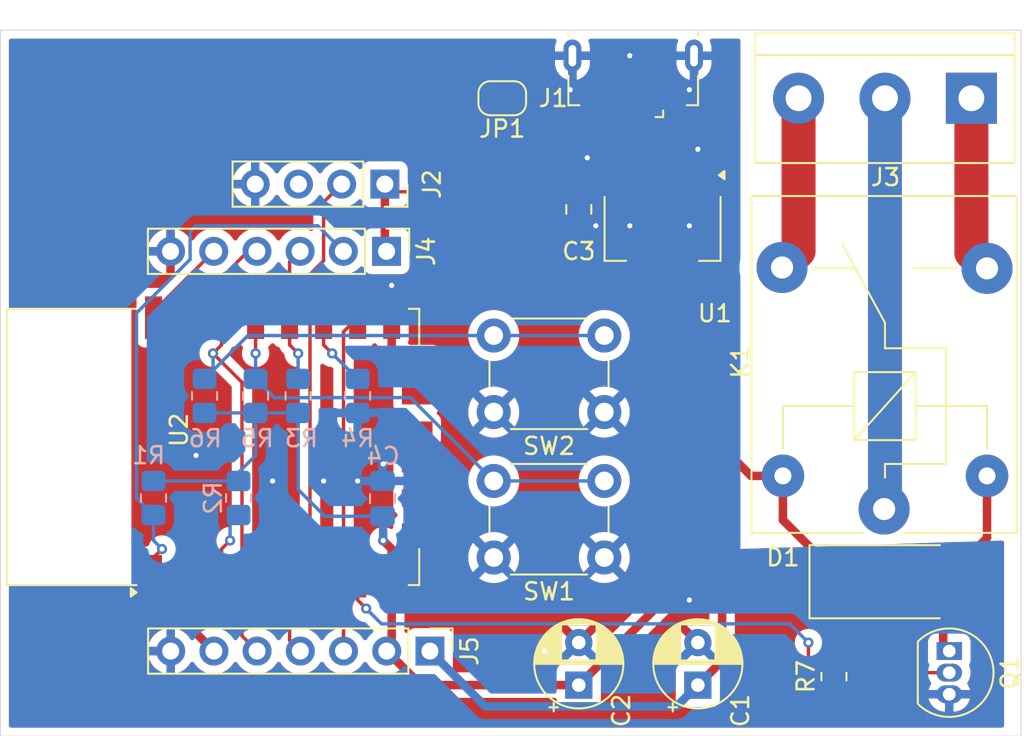
<source format=kicad_pcb>
(kicad_pcb (version 20240108) (generator "pcbnew") (generator_version "8.0")
  (layers (0 "F.Cu" signal) (31 "B.Cu" signal) (34 "B.Paste" user) (35 "F.Paste" user) (36 "B.SilkS" user "B.Silkscreen") (37 "F.SilkS" user "F.Silkscreen") (38 "B.Mask" user) (39 "F.Mask" user) (44 "Edge.Cuts" user))
  (net 0 "")
  (net 1 "+5V")
  (net 2 "GND")
  (net 3 "+3V3")
  (net 4 "/RL_COIL")
  (net 5 "/D+")
  (net 6 "/D-")
  (net 8 "/IO_12")
  (net 10 "/NC")
  (net 11 "/NO")
  (net 12 "/COM")
  (net 13 "/RX")
  (net 14 "/TX")
  (net 15 "/IO_00")
  (net 16 "/RESET")
  (net 17 "/ADC")
  (net 18 "/IO_14")
  (net 19 "/IO_05")
  (net 20 "/IO_15")
  (net 21 "Net-(Q1-B)")
  (net 22 "/CH_CP")
  (net 23 "/IO_02")
  (net 24 "/IO_04")
  (net 25 "/IO_13")
  (footprint "Connector_USB:USB_Micro-B_GCT_USB3076-30-A" (layer "F.Cu") (at 74.2 78.45 180)
    (property "Reference" "J1" (at 4.7 -1.3 180) (layer "F.SilkS"))
    (property "Value" "USB_B_Micro")
    (pad "1" smd rect (at -1.3 -1.45 180) (size 0.4 1.4) (layers "F.Cu" "F.Paste" "F.Mask") (net 1 "+5V"))
    (pad "2" smd rect (at -0.65 -1.45 180) (size 0.4 1.4) (layers "F.Cu" "F.Paste" "F.Mask") (net 6 "/D-"))
    (pad "3" smd rect (at 0 -1.45 180) (size 0.4 1.4) (layers "F.Cu" "F.Paste" "F.Mask") (net 5 "/D+"))
    (pad "4" smd rect (at 0.65 -1.45 180) (size 0.4 1.4) (layers "F.Cu" "F.Paste" "F.Mask"))
    (pad "5" smd rect (at 1.3 -1.45 180) (size 0.4 1.4) (layers "F.Cu" "F.Paste" "F.Mask") (net 2 "GND"))
    (pad "6" thru_hole oval (at -3.575 1.2) (size 1.05 1.9) (drill oval 0.45 1.25) (layers "*.Cu" "*.Mask") (net 2 "GND"))
    (pad "6" smd rect (at -2.32 -1.03 180) (size 1.15 1.45) (layers "F.Cu" "F.Paste" "F.Mask") (net 2 "GND"))
    (pad "6" smd rect (at -1.125 1.2 180) (size 1.75 1.9) (layers "F.Cu" "F.Paste" "F.Mask") (net 2 "GND"))
    (pad "6" smd rect (at 1.125 1.2 180) (size 1.75 1.9) (layers "F.Cu" "F.Paste" "F.Mask") (net 2 "GND"))
    (pad "6" smd rect (at 2.32 -1.03 180) (size 1.15 1.45) (layers "F.Cu" "F.Paste" "F.Mask") (net 2 "GND"))
    (pad "6" thru_hole oval (at 3.575 1.2 180) (size 1.05 1.9) (drill oval 0.45 1.25) (layers "*.Cu" "*.Mask") (net 2 "GND"))
  )
  (footprint "Package_TO_SOT_THT:TO-92_Inline" (layer "F.Cu") (at 92.78 112.25 -90)
    (property "Reference" "Q1" (at 1.27 -3.56 90) (layer "F.SilkS"))
    (property "Value" "BC547")
    (pad "1" thru_hole rect (at 0 0 270) (size 1.05 1.5) (drill 0.75) (layers "*.Cu" "*.Mask") (net 4 "/RL_COIL"))
    (pad "2" thru_hole oval (at 1.27 0 270) (size 1.05 1.5) (drill 0.75) (layers "*.Cu" "*.Mask") (net 21 "Net-(Q1-B)"))
    (pad "3" thru_hole oval (at 2.54 0 270) (size 1.05 1.5) (drill 0.75) (layers "*.Cu" "*.Mask") (net 2 "GND"))
  )
  (footprint "Connector_PinHeader_2.54mm:PinHeader_1x07_P2.54mm_Vertical" (layer "F.Cu") (at 62.25 112.25 -90)
    (property "Reference" "J5" (at 0 -2.33 90) (layer "F.SilkS"))
    (property "Value" "IO")
    (pad "1" thru_hole rect (at 0 0 270) (size 1.7 1.7) (drill 1) (layers "*.Cu" "*.Mask") (net 1 "+5V"))
    (pad "2" thru_hole oval (at 0 2.54 270) (size 1.7 1.7) (drill 1) (layers "*.Cu" "*.Mask") (net 3 "+3V3"))
    (pad "3" thru_hole oval (at 0 5.08 270) (size 1.7 1.7) (drill 1) (layers "*.Cu" "*.Mask") (net 20 "/IO_15"))
    (pad "4" thru_hole oval (at 0 7.62 270) (size 1.7 1.7) (drill 1) (layers "*.Cu" "*.Mask") (net 18 "/IO_14"))
    (pad "5" thru_hole oval (at 0 10.16 270) (size 1.7 1.7) (drill 1) (layers "*.Cu" "*.Mask") (net 19 "/IO_05"))
    (pad "6" thru_hole oval (at 0 12.7 270) (size 1.7 1.7) (drill 1) (layers "*.Cu" "*.Mask") (net 17 "/ADC"))
    (pad "7" thru_hole oval (at 0 15.24 270) (size 1.7 1.7) (drill 1) (layers "*.Cu" "*.Mask") (net 2 "GND"))
  )
  (footprint "Connector_PinHeader_2.54mm:PinHeader_1x06_P2.54mm_Vertical" (layer "F.Cu") (at 59.7 88.75 -90)
    (property "Reference" "J4" (at 0 -2.33 90) (layer "F.SilkS"))
    (property "Value" "PGM")
    (pad "1" thru_hole rect (at 0 0 270) (size 1.7 1.7) (drill 1) (layers "*.Cu" "*.Mask") (net 3 "+3V3"))
    (pad "2" thru_hole oval (at 0 2.54 270) (size 1.7 1.7) (drill 1) (layers "*.Cu" "*.Mask") (net 16 "/RESET"))
    (pad "3" thru_hole oval (at 0 5.08 270) (size 1.7 1.7) (drill 1) (layers "*.Cu" "*.Mask") (net 15 "/IO_00"))
    (pad "4" thru_hole oval (at 0 7.62 270) (size 1.7 1.7) (drill 1) (layers "*.Cu" "*.Mask") (net 13 "/RX"))
    (pad "5" thru_hole oval (at 0 10.16 270) (size 1.7 1.7) (drill 1) (layers "*.Cu" "*.Mask") (net 14 "/TX"))
    (pad "6" thru_hole oval (at 0 12.7 270) (size 1.7 1.7) (drill 1) (layers "*.Cu" "*.Mask") (net 2 "GND"))
  )
  (footprint "Capacitor_THT:CP_Radial_D5.0mm_P2.50mm" (layer "F.Cu") (at 71 114.25 90)
    (property "Reference" "C2" (at -1.5 2.5 270) (layer "F.SilkS"))
    (property "Value" "100uF")
    (pad "1" thru_hole rect (at 0 0 90) (size 1.6 1.6) (drill 0.8) (layers "*.Cu" "*.Mask") (net 3 "+3V3"))
    (pad "2" thru_hole circle (at 2.5 0 90) (size 1.6 1.6) (drill 0.8) (layers "*.Cu" "*.Mask") (net 2 "GND"))
  )
  (footprint "Jumper:SolderJumper-2_P1.3mm_Open_RoundedPad1.0x1.5mm" (layer "F.Cu") (at 66.5 79.75 180)
    (property "Reference" "JP1" (at 0 -1.8 180) (layer "F.SilkS"))
    (property "Value" "JMP")
    (pad "1" smd custom (at -0.65 0 180) (size 1 0.5) (layers "F.Cu" "F.Mask") (net 5 "/D+") (options (clearance outline) (anchor rect)) (primitives (gr_circle (center 0 0.25) (end 0.5 0.25) (width 0) (fill yes)) (gr_circle (center 0 -0.25) (end 0.5 -0.25) (width 0) (fill yes)) (gr_poly (pts (xy 0.5 0.75) (xy 0 0.75) (xy 0 -0.75) (xy 0.5 -0.75)) (width 0) (fill yes))))
    (pad "2" smd custom (at 0.65 0 180) (size 1 0.5) (layers "F.Cu" "F.Mask") (net 6 "/D-") (options (clearance outline) (anchor rect)) (primitives (gr_circle (center 0 0.25) (end 0.5 0.25) (width 0) (fill yes)) (gr_circle (center 0 -0.25) (end 0.5 -0.25) (width 0) (fill yes)) (gr_poly (pts (xy 0 0.75) (xy -0.5 0.75) (xy -0.5 -0.75) (xy 0 -0.75)) (width 0) (fill yes))))
  )
  (footprint "Relay_THT:Relay_SPDT_SANYOU_SRD_Series_Form_C" (layer "F.Cu") (at 88.95 103.9 90)
    (property "Reference" "K1" (at 8.65 -8.45 270) (layer "F.SilkS"))
    (property "Value" "RL1")
    (pad "1" thru_hole circle (at 0 0 180) (size 3 3) (drill 1.3) (layers "*.Cu" "*.Mask") (net 12 "/COM"))
    (pad "2" thru_hole circle (at 1.95 6.05 180) (size 2.5 2.5) (drill 1) (layers "*.Cu" "*.Mask") (net 4 "/RL_COIL"))
    (pad "3" thru_hole circle (at 14.15 6.05 180) (size 3 3) (drill 1.3) (layers "*.Cu" "*.Mask") (net 11 "/NO"))
    (pad "4" thru_hole circle (at 14.2 -6 180) (size 3 3) (drill 1.3) (layers "*.Cu" "*.Mask") (net 10 "/NC") (clearance 1))
    (pad "5" thru_hole circle (at 1.95 -5.95 180) (size 2.5 2.5) (drill 1) (layers "*.Cu" "*.Mask") (net 1 "+5V"))
  )
  (footprint "Resistor_SMD:R_0805_2012Metric_Pad1.20x1.40mm_HandSolder" (layer "F.Cu") (at 86 113.75 90)
    (property "Reference" "R7" (at 0 -1.65 270) (layer "F.SilkS"))
    (property "Value" "2k")
    (pad "1" smd roundrect (at -1 0 90) (size 1.2 1.4) (layers "F.Cu" "F.Paste" "F.Mask") (roundrect_rratio 0.208333) (net 25 "/IO_13"))
    (pad "2" smd roundrect (at 1 0 90) (size 1.2 1.4) (layers "F.Cu" "F.Paste" "F.Mask") (roundrect_rratio 0.208333) (net 21 "Net-(Q1-B)"))
  )
  (footprint "TerminalBlock:TerminalBlock_bornier-3_P5.08mm" (layer "F.Cu") (at 94.08 79.75 180)
    (property "Reference" "J3" (at 5.05 -4.65 180) (layer "F.SilkS"))
    (property "Value" "RL")
    (pad "1" thru_hole rect (at 0 0 180) (size 3 3) (drill 1.52) (layers "*.Cu" "*.Mask") (net 11 "/NO"))
    (pad "2" thru_hole circle (at 5.08 0 180) (size 3 3) (drill 1.52) (layers "*.Cu" "*.Mask") (net 12 "/COM"))
    (pad "3" thru_hole circle (at 10.16 0 180) (size 3 3) (drill 1.52) (layers "*.Cu" "*.Mask") (net 10 "/NC"))
  )
  (footprint "Capacitor_SMD:C_0805_2012Metric_Pad1.18x1.45mm_HandSolder" (layer "F.Cu") (at 71 86.2875 -90)
    (property "Reference" "C3" (at 2.4625 0 180) (layer "F.SilkS"))
    (property "Value" "10uF")
    (pad "1" smd roundrect (at -1.0375 0 270) (size 1.175 1.45) (layers "F.Cu" "F.Paste" "F.Mask") (roundrect_rratio 0.212766) (net 3 "+3V3"))
    (pad "2" smd roundrect (at 1.0375 0 270) (size 1.175 1.45) (layers "F.Cu" "F.Paste" "F.Mask") (roundrect_rratio 0.212766) (net 2 "GND"))
  )
  (footprint "Diode_SMD:D_SMA-SMB_Universal_Handsoldering" (layer "F.Cu") (at 89.5225 108.1725)
    (property "Reference" "D1" (at -6.5225 -1.4225 360) (layer "F.SilkS"))
    (property "Value" "D")
    (pad "1" smd trapezoid (at -2.9 0) (size 3.6 1.7) (rect_delta 0.6 0) (layers "F.Cu" "F.Paste" "F.Mask") (net 1 "+5V"))
    (pad "2" smd trapezoid (at 2.9 0 180) (size 3.6 1.7) (rect_delta 0.6 0) (layers "F.Cu" "F.Paste" "F.Mask") (net 4 "/RL_COIL"))
  )
  (footprint "RF_Module:ESP-12E" (layer "F.Cu") (at 49.5 100.25 90)
    (property "Reference" "U2" (at 1 -2 270) (layer "F.SilkS"))
    (property "Value" "ESP-12F")
    (pad "1" smd rect (at -7.6 -3.5 90) (size 2.5 1) (layers "F.Cu" "F.Paste" "F.Mask") (net 16 "/RESET"))
    (pad "2" smd rect (at -7.6 -1.5 90) (size 2.5 1) (layers "F.Cu" "F.Paste" "F.Mask") (net 17 "/ADC"))
    (pad "3" smd rect (at -7.6 0.5 90) (size 2.5 1) (layers "F.Cu" "F.Paste" "F.Mask") (net 22 "/CH_CP"))
    (pad "4" smd rect (at -7.6 2.5 90) (size 2.5 1) (layers "F.Cu" "F.Paste" "F.Mask"))
    (pad "5" smd rect (at -7.6 4.5 90) (size 2.5 1) (layers "F.Cu" "F.Paste" "F.Mask") (net 18 "/IO_14"))
    (pad "6" smd rect (at -7.6 6.5 90) (size 2.5 1) (layers "F.Cu" "F.Paste" "F.Mask") (net 8 "/IO_12"))
    (pad "7" smd rect (at -7.6 8.5 90) (size 2.5 1) (layers "F.Cu" "F.Paste" "F.Mask") (net 25 "/IO_13"))
    (pad "8" smd rect (at -7.6 10.5 90) (size 2.5 1) (layers "F.Cu" "F.Paste" "F.Mask") (net 3 "+3V3"))
    (pad "9" smd rect (at -5 12 90) (size 1 1.8) (layers "F.Cu" "F.Paste" "F.Mask"))
    (pad "10" smd rect (at -3 12 90) (size 1 1.8) (layers "F.Cu" "F.Paste" "F.Mask"))
    (pad "11" smd rect (at -1 12 90) (size 1 1.8) (layers "F.Cu" "F.Paste" "F.Mask"))
    (pad "12" smd rect (at 1 12 90) (size 1 1.8) (layers "F.Cu" "F.Paste" "F.Mask"))
    (pad "13" smd rect (at 3 12 90) (size 1 1.8) (layers "F.Cu" "F.Paste" "F.Mask"))
    (pad "14" smd rect (at 5 12 90) (size 1 1.8) (layers "F.Cu" "F.Paste" "F.Mask"))
    (pad "15" smd rect (at 7.6 10.5 90) (size 2.5 1) (layers "F.Cu" "F.Paste" "F.Mask") (net 2 "GND"))
    (pad "16" smd rect (at 7.6 8.5 90) (size 2.5 1) (layers "F.Cu" "F.Paste" "F.Mask") (net 20 "/IO_15"))
    (pad "17" smd rect (at 7.6 6.5 90) (size 2.5 1) (layers "F.Cu" "F.Paste" "F.Mask") (net 23 "/IO_02"))
    (pad "18" smd rect (at 7.6 4.5 90) (size 2.5 1) (layers "F.Cu" "F.Paste" "F.Mask") (net 15 "/IO_00"))
    (pad "19" smd rect (at 7.6 2.5 90) (size 2.5 1) (layers "F.Cu" "F.Paste" "F.Mask") (net 24 "/IO_04"))
    (pad "20" smd rect (at 7.6 0.5 90) (size 2.5 1) (layers "F.Cu" "F.Paste" "F.Mask") (net 19 "/IO_05"))
    (pad "21" smd rect (at 7.6 -1.5 90) (size 2.5 1) (layers "F.Cu" "F.Paste" "F.Mask") (net 13 "/RX"))
    (pad "22" smd rect (at 7.6 -3.5 90) (size 2.5 1) (layers "F.Cu" "F.Paste" "F.Mask") (net 14 "/TX"))
    (zone (net 0) (net_name "") (layers "*.Cu") (connect_pads (clearance 0)) (min_thickness 0.254)
      (keepout (tracks not_allowed) (vias not_allowed) (pads not_allowed) (copperpour not_allowed) (footprints not_allowed))
      (fill (thermal_gap 0.508) (thermal_bridge_width 0.508))
      (polygon (pts (xy 44.7 108.37) (xy 44.7 92.13) (xy 37.38 92.13) (xy 37.38 108.37)))
    )
  )
  (footprint "Capacitor_THT:CP_Radial_D5.0mm_P2.50mm" (layer "F.Cu") (at 78 114.25 90)
    (property "Reference" "C1" (at -1.5 2.5 270) (layer "F.SilkS"))
    (property "Value" "100uF")
    (pad "1" thru_hole rect (at 0 0 90) (size 1.6 1.6) (drill 0.8) (layers "*.Cu" "*.Mask") (net 1 "+5V"))
    (pad "2" thru_hole circle (at 2.5 0 90) (size 1.6 1.6) (drill 0.8) (layers "*.Cu" "*.Mask") (net 2 "GND"))
  )
  (footprint "Package_TO_SOT_SMD:SOT-223-3_TabPin2" (layer "F.Cu") (at 75.925 87.4 -90)
    (property "Reference" "U1" (at 5 -3.075 180) (layer "F.SilkS"))
    (property "Value" "AMS1117")
    (pad "1" smd roundrect (at -3.15 -2.3 270) (size 2 1.5) (layers "F.Cu" "F.Paste" "F.Mask") (net 2 "GND"))
    (pad "2" smd roundrect (at -3.15 0 270) (size 2 1.5) (layers "F.Cu" "F.Paste" "F.Mask") (net 3 "+3V3"))
    (pad "2" smd roundrect (at 3.15 0 270) (size 2 3.8) (layers "F.Cu" "F.Paste" "F.Mask") (net 3 "+3V3"))
    (pad "3" smd roundrect (at -3.15 2.3 270) (size 2 1.5) (layers "F.Cu" "F.Paste" "F.Mask") (net 1 "+5V"))
  )
  (footprint "Button_Switch_THT:SW_PUSH_6mm" (layer "F.Cu") (at 72.5 98.2 180)
    (property "Reference" "SW2" (at 3.25 -2 180) (layer "F.SilkS"))
    (property "Value" "BTN1")
    (pad "1" thru_hole circle (at 0 0 270) (size 2 2) (drill 1.1) (layers "*.Cu" "*.Mask") (net 2 "GND"))
    (pad "1" thru_hole circle (at 6.5 0 270) (size 2 2) (drill 1.1) (layers "*.Cu" "*.Mask") (net 2 "GND"))
    (pad "2" thru_hole circle (at 0 4.5 270) (size 2 2) (drill 1.1) (layers "*.Cu" "*.Mask") (net 19 "/IO_05"))
    (pad "2" thru_hole circle (at 6.5 4.5 270) (size 2 2) (drill 1.1) (layers "*.Cu" "*.Mask") (net 19 "/IO_05"))
  )
  (footprint "Connector_PinSocket_2.54mm:PinSocket_1x04_P2.54mm_Vertical" (layer "F.Cu") (at 59.6 84.8 -90)
    (property "Reference" "J2" (at 0 -2.77 90) (layer "F.SilkS"))
    (property "Value" "DHT")
    (pad "1" thru_hole rect (at 0 0 270) (size 1.7 1.7) (drill 1) (layers "*.Cu" "*.Mask") (net 3 "+3V3"))
    (pad "2" thru_hole oval (at 0 2.54 270) (size 1.7 1.7) (drill 1) (layers "*.Cu" "*.Mask") (net 8 "/IO_12"))
    (pad "3" thru_hole oval (at 0 5.08 270) (size 1.7 1.7) (drill 1) (layers "*.Cu" "*.Mask"))
    (pad "4" thru_hole oval (at 0 7.62 270) (size 1.7 1.7) (drill 1) (layers "*.Cu" "*.Mask") (net 2 "GND"))
  )
  (footprint "Button_Switch_THT:SW_PUSH_6mm" (layer "F.Cu") (at 72.5 106.75 180)
    (property "Reference" "SW1" (at 3.25 -2 180) (layer "F.SilkS"))
    (property "Value" "BTN1")
    (pad "1" thru_hole circle (at 0 0 270) (size 2 2) (drill 1.1) (layers "*.Cu" "*.Mask") (net 2 "GND"))
    (pad "1" thru_hole circle (at 6.5 0 270) (size 2 2) (drill 1.1) (layers "*.Cu" "*.Mask") (net 2 "GND"))
    (pad "2" thru_hole circle (at 0 4.5 270) (size 2 2) (drill 1.1) (layers "*.Cu" "*.Mask") (net 24 "/IO_04"))
    (pad "2" thru_hole circle (at 6.5 4.5 270) (size 2 2) (drill 1.1) (layers "*.Cu" "*.Mask") (net 24 "/IO_04"))
  )
  (footprint "Resistor_SMD:R_0805_2012Metric_Pad1.20x1.40mm_HandSolder" (layer "B.Cu") (at 58 97.25 -90)
    (property "Reference" "R4" (at 2.5 0 180) (layer "B.SilkS") (effects (justify mirror)))
    (property "Value" "10k")
    (pad "1" smd roundrect (at -1 0 270) (size 1.2 1.4) (layers "B.Cu" "B.Paste" "B.Mask") (roundrect_rratio 0.208333) (net 23 "/IO_02"))
    (pad "2" smd roundrect (at 1 0 270) (size 1.2 1.4) (layers "B.Cu" "B.Paste" "B.Mask") (roundrect_rratio 0.208333) (net 2 "GND"))
  )
  (footprint "Resistor_SMD:R_0805_2012Metric_Pad1.20x1.40mm_HandSolder" (layer "B.Cu") (at 52 97.25 90)
    (property "Reference" "R5" (at -2.5 0.0925 360) (layer "B.SilkS") (effects (justify mirror)))
    (property "Value" "10k")
    (pad "1" smd roundrect (at -1 0 90) (size 1.2 1.4) (layers "B.Cu" "B.Paste" "B.Mask") (roundrect_rratio 0.208333) (net 3 "+3V3"))
    (pad "2" smd roundrect (at 1 0 90) (size 1.2 1.4) (layers "B.Cu" "B.Paste" "B.Mask") (roundrect_rratio 0.208333) (net 24 "/IO_04"))
  )
  (footprint "Resistor_SMD:R_0805_2012Metric_Pad1.20x1.40mm_HandSolder" (layer "B.Cu") (at 49 97.25 90)
    (property "Reference" "R6" (at -2.5 0.0425 360) (layer "B.SilkS") (effects (justify mirror)))
    (property "Value" "10k")
    (pad "1" smd roundrect (at -1 0 90) (size 1.2 1.4) (layers "B.Cu" "B.Paste" "B.Mask") (roundrect_rratio 0.208333) (net 3 "+3V3"))
    (pad "2" smd roundrect (at 1 0 90) (size 1.2 1.4) (layers "B.Cu" "B.Paste" "B.Mask") (roundrect_rratio 0.208333) (net 19 "/IO_05"))
  )
  (footprint "Resistor_SMD:R_0805_2012Metric_Pad1.20x1.40mm_HandSolder" (layer "B.Cu") (at 51 103.25 -90)
    (property "Reference" "R2" (at 0 1.5 90) (layer "B.SilkS") (effects (justify mirror)))
    (property "Value" "10k")
    (pad "1" smd roundrect (at -1 0 270) (size 1.2 1.4) (layers "B.Cu" "B.Paste" "B.Mask") (roundrect_rratio 0.208333) (net 3 "+3V3"))
    (pad "2" smd roundrect (at 1 0 270) (size 1.2 1.4) (layers "B.Cu" "B.Paste" "B.Mask") (roundrect_rratio 0.208333) (net 22 "/CH_CP"))
  )
  (footprint "Capacitor_SMD:C_0805_2012Metric_Pad1.18x1.45mm_HandSolder" (layer "B.Cu") (at 59.4625 103.2875 -90)
    (property "Reference" "C4" (at -2.5 -0.0375 180) (layer "B.SilkS") (effects (justify mirror)))
    (property "Value" "10uF")
    (pad "1" smd roundrect (at -1.0375 0 270) (size 1.175 1.45) (layers "B.Cu" "B.Paste" "B.Mask") (roundrect_rratio 0.212766) (net 2 "GND"))
    (pad "2" smd roundrect (at 1.0375 0 270) (size 1.175 1.45) (layers "B.Cu" "B.Paste" "B.Mask") (roundrect_rratio 0.212766) (net 3 "+3V3"))
  )
  (footprint "Resistor_SMD:R_0805_2012Metric_Pad1.20x1.40mm_HandSolder" (layer "B.Cu") (at 46 103.25 -90)
    (property "Reference" "R1" (at -2.5 0.2925 180) (layer "B.SilkS") (effects (justify mirror)))
    (property "Value" "10k")
    (pad "1" smd roundrect (at -1 0 270) (size 1.2 1.4) (layers "B.Cu" "B.Paste" "B.Mask") (roundrect_rratio 0.208333) (net 3 "+3V3"))
    (pad "2" smd roundrect (at 1 0 270) (size 1.2 1.4) (layers "B.Cu" "B.Paste" "B.Mask") (roundrect_rratio 0.208333) (net 16 "/RESET"))
  )
  (footprint "Resistor_SMD:R_0805_2012Metric_Pad1.20x1.40mm_HandSolder" (layer "B.Cu") (at 54.5 97.25 90)
    (property "Reference" "R3" (at -2.5 0.1925 360) (layer "B.SilkS") (effects (justify mirror)))
    (property "Value" "10k")
    (pad "1" smd roundrect (at -1 0 90) (size 1.2 1.4) (layers "B.Cu" "B.Paste" "B.Mask") (roundrect_rratio 0.208333) (net 3 "+3V3"))
    (pad "2" smd roundrect (at 1 0 90) (size 1.2 1.4) (layers "B.Cu" "B.Paste" "B.Mask") (roundrect_rratio 0.208333) (net 15 "/IO_00"))
  )
  (gr_rect (start 37 75.75) (end 97 117.25) (stroke (width 0.05)) (fill none) (layer "Edge.Cuts"))
  (segment (start 80 99.675) (end 80 82.25) (width 0.5) (layer "F.Cu") (net 1))
  (segment (start 80 82.25) (end 79 81.25) (width 0.5) (layer "F.Cu") (net 1))
  (segment (start 79 81.25) (end 75.5 81.25) (width 0.5) (layer "F.Cu") (net 1))
  (segment (start 75.5 81.25) (end 75.5 82.375) (width 0.5) (layer "F.Cu") (net 1))
  (segment (start 83 104.55) (end 86.6225 108.1725) (width 0.5) (layer "F.Cu") (net 1))
  (segment (start 79.425 112.825) (end 78 114.25) (width 0.5) (layer "F.Cu") (net 1))
  (segment (start 75.5 82.375) (end 73.625 84.25) (width 0.5) (layer "F.Cu") (net 1))
  (segment (start 83 101.95) (end 81.125 101.95) (width 0.5) (layer "F.Cu") (net 1))
  (segment (start 83 101.95) (end 83 104.55) (width 0.5) (layer "F.Cu") (net 1))
  (segment (start 79.425 100.25) (end 79.425 112.825) (width 0.5) (layer "F.Cu") (net 1))
  (segment (start 75.5 79.9) (end 75.5 81.25) (width 0.5) (layer "F.Cu") (net 1))
  (segment (start 81.125 101.95) (end 79.425 100.25) (width 0.5) (layer "F.Cu") (net 1))
  (segment (start 79.425 100.25) (end 80 99.675) (width 0.5) (layer "F.Cu") (net 1))
  (segment (start 62.25 112.25) (end 65.5 115.5) (width 0.5) (layer "B.Cu") (net 1))
  (segment (start 76.75 115.5) (end 78 114.25) (width 0.5) (layer "B.Cu") (net 1))
  (segment (start 65.5 115.5) (end 76.75 115.5) (width 0.5) (layer "B.Cu") (net 1))
  (segment (start 72.9 79.9) (end 72.9 77.425) (width 0.2) (layer "F.Cu") (net 2))
  (segment (start 77.27 79.48) (end 77.5 79.25) (width 0.2) (layer "F.Cu") (net 2))
  (segment (start 76.52 78.445) (end 75.325 77.25) (width 0.2) (layer "F.Cu") (net 2))
  (segment (start 72.9 79.9) (end 72.3 79.9) (width 0.2) (layer "F.Cu") (net 2))
  (segment (start 76.52 79.48) (end 77.27 79.48) (width 0.2) (layer "F.Cu") (net 2))
  (segment (start 71.88 78.445) (end 73.075 77.25) (width 0.2) (layer "F.Cu") (net 2))
  (segment (start 71.88 79.48) (end 71.88 78.445) (width 0.2) (layer "F.Cu") (net 2))
  (segment (start 76.52 79.48) (end 76.52 78.445) (width 0.2) (layer "F.Cu") (net 2))
  (segment (start 72.3 79.9) (end 71.88 79.48) (width 0.2) (layer "F.Cu") (net 2))
  (segment (start 72.9 77.425) (end 73.075 77.25) (width 0.2) (layer "F.Cu") (net 2))
  (via (at 69 112.25) (size 0.6) (drill 0.3) (layers "F.Cu" "B.Cu") (net 2))
  (via (at 72 87.25) (size 0.6) (drill 0.3) (layers "F.Cu" "B.Cu") (net 2))
  (via (at 70.5 79.25) (size 0.6) (drill 0.3) (layers "F.Cu" "B.Cu") (net 2))
  (via (at 74 77.25) (size 0.6) (drill 0.3) (layers "F.Cu" "B.Cu") (net 2))
  (via (at 71.5 83.25) (size 0.6) (drill 0.3) (layers "F.Cu" "B.Cu") (net 2))
  (via (at 77.5 79.25) (size 0.6) (drill 0.3) (layers "F.Cu" "B.Cu") (net 2))
  (via (at 53 102.25) (size 0.6) (drill 0.3) (layers "F.Cu" "B.Cu") (net 2))
  (via (at 78 82.75) (size 0.6) (drill 0.3) (layers "F.Cu" "B.Cu") (net 2))
  (via (at 77.5 109.25) (size 0.6) (drill 0.3) (layers "F.Cu" "B.Cu") (net 2))
  (via (at 48.5 100.75) (size 0.6) (drill 0.3) (layers "F.Cu" "B.Cu") (net 2))
  (via (at 59.5 101.25) (size 0.6) (drill 0.3) (layers "F.Cu" "B.Cu") (net 2))
  (via (at 56 102.25) (size 0.6) (drill 0.3) (layers "F.Cu" "B.Cu") (net 2))
  (via (at 77.5 87.25) (size 0.6) (drill 0.3) (layers "F.Cu" "B.Cu") (net 2))
  (via (at 74 87.25) (size 0.6) (drill 0.3) (layers "F.Cu" "B.Cu") (net 2))
  (via (at 58 102.25) (size 0.6) (drill 0.3) (layers "F.Cu" "B.Cu") (net 2))
  (via (at 60 90.75) (size 0.6) (drill 0.3) (layers "F.Cu" "B.Cu") (net 2))
  (segment (start 75.925 109.325) (end 75.925 90.55) (width 0.5) (layer "F.Cu") (net 3))
  (segment (start 59.6 88.65) (end 59.7 88.75) (width 0.5) (layer "F.Cu") (net 3))
  (segment (start 75.925 85.75) (end 75.925 90.55) (width 0.5) (layer "F.Cu") (net 3))
  (segment (start 60 106.25) (end 59.5 105.75) (width 0.5) (layer "F.Cu") (net 3))
  (segment (start 61.71 114.25) (end 59.71 112.25) (width 0.5) (layer "F.Cu") (net 3))
  (segment (start 74.625 85.55) (end 75.925 84.25) (width 0.2) (layer "F.Cu") (net 3))
  (segment (start 71.3 85.55) (end 74.625 85.55) (width 0.2) (layer "F.Cu") (net 3))
  (segment (start 60.05 85.25) (end 59.6 84.8) (width 0.2) (layer "F.Cu") (net 3))
  (segment (start 60 111.96) (end 59.71 112.25) (width 0.5) (layer "F.Cu") (net 3))
  (segment (start 71 85.25) (end 60.05 85.25) (width 0.2) (layer "F.Cu") (net 3))
  (segment (start 60 107.85) (end 60 106.25) (width 0.5) (layer "F.Cu") (net 3))
  (segment (start 75.925 85.75) (end 75.925 84.25) (width 0.5) (layer "F.Cu") (net 3))
  (segment (start 75.8875 85.7125) (end 75.925 85.75) (width 0.2) (layer "F.Cu") (net 3))
  (segment (start 71 114.25) (end 75.925 109.325) (width 0.5) (layer "F.Cu") (net 3))
  (segment (start 60 107.85) (end 60 111.96) (width 0.5) (layer "F.Cu") (net 3))
  (segment (start 71 85.25) (end 71.3 85.55) (width 0.2) (layer "F.Cu") (net 3))
  (segment (start 71 114.25) (end 61.71 114.25) (width 0.5) (layer "F.Cu") (net 3))
  (segment (start 59.6 84.8) (end 59.6 88.65) (width 0.5) (layer "F.Cu") (net 3))
  (via (at 59.5 105.75) (size 0.6) (drill 0.3) (layers "F.Cu" "B.Cu") (net 3))
  (segment (start 59.5 105.75) (end 59.5 104.3625) (width 0.5) (layer "B.Cu") (net 3))
  (segment (start 52 100.75) (end 52 98.25) (width 0.2) (layer "B.Cu") (net 3))
  (segment (start 56.075 104.325) (end 59.4625 104.325) (width 0.2) (layer "B.Cu") (net 3))
  (segment (start 51 102.25) (end 51 101.75) (width 0.2) (layer "B.Cu") (net 3))
  (segment (start 49 98.25) (end 54.5 98.25) (width 0.2) (layer "B.Cu") (net 3))
  (segment (start 51 102.25) (end 46 102.25) (width 0.2) (layer "B.Cu") (net 3))
  (segment (start 54.5 102.75) (end 56.075 104.325) (width 0.2) (layer "B.Cu") (net 3))
  (segment (start 59.5 104.3625) (end 59.4625 104.325) (width 0.5) (layer "B.Cu") (net 3))
  (segment (start 51 101.75) (end 52 100.75) (width 0.2) (layer "B.Cu") (net 3))
  (segment (start 54.5 98.25) (end 54.5 102.75) (width 0.2) (layer "B.Cu") (net 3))
  (segment (start 95 105.595) (end 92.4225 108.1725) (width 0.5) (layer "F.Cu") (net 4))
  (segment (start 92.4225 111.8925) (end 92.78 112.25) (width 0.5) (layer "F.Cu") (net 4))
  (segment (start 92.78 108.53) (end 92.4225 108.1725) (width 0.5) (layer "F.Cu") (net 4))
  (segment (start 95 101.95) (end 95 105.595) (width 0.5) (layer "F.Cu") (net 4))
  (segment (start 92.4225 108.1725) (end 92.4225 111.8925) (width 0.5) (layer "F.Cu") (net 4))
  (segment (start 74.2 79.9) (end 74.2 80.8) (width 0.2) (layer "F.Cu") (net 5))
  (segment (start 74.2 80.8) (end 74.1 80.9) (width 0.2) (layer "F.Cu") (net 5))
  (segment (start 68.3 80.9) (end 67.15 79.75) (width 0.2) (layer "F.Cu") (net 5))
  (segment (start 74.1 80.9) (end 68.3 80.9) (width 0.2) (layer "F.Cu") (net 5))
  (segment (start 73.9 81.75) (end 67.095 81.75) (width 0.2) (layer "F.Cu") (net 6))
  (segment (start 74.85 79.9) (end 74.85 80.8) (width 0.2) (layer "F.Cu") (net 6))
  (segment (start 65.85 80.505) (end 65.85 79.75) (width 0.2) (layer "F.Cu") (net 6))
  (segment (start 67.095 81.75) (end 65.85 80.505) (width 0.2) (layer "F.Cu") (net 6))
  (segment (start 74.85 80.8) (end 73.9 81.75) (width 0.2) (layer "F.Cu") (net 6))
  (segment (start 55.2 90.1) (end 56 89.3) (width 0.2) (layer "F.Cu") (net 8))
  (segment (start 56 89.3) (end 56 85.86) (width 0.2) (layer "F.Cu") (net 8))
  (segment (start 56 107.85) (end 55.2 107.05) (width 0.2) (layer "F.Cu") (net 8))
  (segment (start 56 85.86) (end 57.06 84.8) (width 0.2) (layer "F.Cu") (net 8))
  (segment (start 55.2 107.05) (end 55.2 90.1) (width 0.2) (layer "F.Cu") (net 8))
  (segment (start 83.92 88.73) (end 82.95 89.7) (width 2) (layer "F.Cu") (net 10))
  (segment (start 83.92 79.75) (end 83.92 88.73) (width 2) (layer "F.Cu") (net 10))
  (segment (start 94.08 79.75) (end 94.08 88.83) (width 2) (layer "F.Cu") (net 11))
  (segment (start 94.08 88.83) (end 95 89.75) (width 2) (layer "F.Cu") (net 11))
  (segment (start 89 79.75) (end 89 103.85) (width 2) (layer "B.Cu") (net 12))
  (segment (start 89 103.85) (end 88.95 103.9) (width 0.5) (layer "B.Cu") (net 12))
  (segment (start 51.55 88.75) (end 52.08 88.75) (width 0.2) (layer "F.Cu") (net 13))
  (segment (start 48 92.65) (end 48 92.3) (width 0.2) (layer "F.Cu") (net 13))
  (segment (start 48 92.3) (end 51.55 88.75) (width 0.2) (layer "F.Cu") (net 13))
  (segment (start 46 92.29) (end 49.54 88.75) (width 0.2) (layer "F.Cu") (net 14))
  (segment (start 46 92.65) (end 46 92.29) (width 0.2) (layer "F.Cu") (net 14))
  (segment (start 54 89.37) (end 54.62 88.75) (width 0.2) (layer "F.Cu") (net 15))
  (segment (start 54 94.25) (end 54.5 94.75) (width 0.2) (layer "F.Cu") (net 15))
  (segment (start 54 92.65) (end 54 89.37) (width 0.2) (layer "F.Cu") (net 15))
  (segment (start 54 92.65) (end 54 94.25) (width 0.2) (layer "F.Cu") (net 15))
  (via (at 54.5 94.75) (size 0.6) (drill 0.3) (layers "F.Cu" "B.Cu") (net 15))
  (segment (start 54.5 94.75) (end 54.5 96.25) (width 0.2) (layer "B.Cu") (net 15))
  (segment (start 46 106.75) (end 46.5 106.25) (width 0.2) (layer "F.Cu") (net 16))
  (segment (start 46 107.85) (end 46 106.75) (width 0.2) (layer "F.Cu") (net 16))
  (via (at 46.5 106.25) (size 0.6) (drill 0.3) (layers "F.Cu" "B.Cu") (net 16))
  (segment (start 48.15 89.226346) (end 48.15 87.6) (width 0.2) (layer "B.Cu") (net 16))
  (segment (start 46 104.25) (end 45 103.25) (width 0.2) (layer "B.Cu") (net 16))
  (segment (start 45 103.25) (end 45 92.376346) (width 0.2) (layer "B.Cu") (net 16))
  (segment (start 45 92.376346) (end 48.15 89.226346) (width 0.2) (layer "B.Cu") (net 16))
  (segment (start 48.5 87.25) (end 55.66 87.25) (width 0.2) (layer "B.Cu") (net 16))
  (segment (start 46.5 106.25) (end 46 105.75) (width 0.2) (layer "B.Cu") (net 16))
  (segment (start 55.66 87.25) (end 57.16 88.75) (width 0.2) (layer "B.Cu") (net 16))
  (segment (start 48.15 87.6) (end 48.5 87.25) (width 0.2) (layer "B.Cu") (net 16))
  (segment (start 46 105.75) (end 46 104.25) (width 0.2) (layer "B.Cu") (net 16))
  (segment (start 48 107.85) (end 48 110.7) (width 0.5) (layer "F.Cu") (net 17))
  (segment (start 48 110.7) (end 49.55 112.25) (width 0.5) (layer "F.Cu") (net 17))
  (segment (start 54 107.85) (end 54 111.62) (width 0.2) (layer "F.Cu") (net 18))
  (segment (start 54 111.62) (end 54.63 112.25) (width 0.2) (layer "F.Cu") (net 18))
  (segment (start 50 92.65) (end 50 94.25) (width 0.2) (layer "F.Cu") (net 19))
  (segment (start 52.09 112.25) (end 51.2 111.36) (width 0.2) (layer "F.Cu") (net 19))
  (segment (start 51.2 96.45) (end 49.5 94.75) (width 0.2) (layer "F.Cu") (net 19))
  (segment (start 51.2 111.36) (end 51.2 96.45) (width 0.2) (layer "F.Cu") (net 19))
  (segment (start 50 94.25) (end 49.5 94.75) (width 0.2) (layer "F.Cu") (net 19))
  (via (at 49.5 94.75) (size 0.6) (drill 0.3) (layers "F.Cu" "B.Cu") (net 19))
  (segment (start 51.55 93.7) (end 66 93.7) (width 0.2) (layer "B.Cu") (net 19))
  (segment (start 49 96.25) (end 51.55 93.7) (width 0.2) (layer "B.Cu") (net 19))
  (segment (start 49.5 94.75) (end 49.5 95.75) (width 0.2) (layer "B.Cu") (net 19))
  (segment (start 66 93.7) (end 72.5 93.7) (width 0.2) (layer "B.Cu") (net 19))
  (segment (start 49.5 95.75) (end 49 96.25) (width 0.2) (layer "B.Cu") (net 19))
  (segment (start 57.17 93.48) (end 57.17 112.25) (width 0.2) (layer "F.Cu") (net 20))
  (segment (start 58 92.65) (end 57.17 93.48) (width 0.2) (layer "F.Cu") (net 20))
  (segment (start 86.5 112.75) (end 87.27 113.52) (width 0.2) (layer "F.Cu") (net 21))
  (segment (start 87.27 113.52) (end 92.78 113.52) (width 0.2) (layer "F.Cu") (net 21))
  (segment (start 86 112.75) (end 86.5 112.75) (width 0.2) (layer "F.Cu") (net 21))
  (segment (start 50 107.85) (end 50 106.25) (width 0.2) (layer "F.Cu") (net 22))
  (segment (start 50 106.25) (end 50.5 105.75) (width 0.2) (layer "F.Cu") (net 22))
  (via (at 50.5 105.75) (size 0.6) (drill 0.3) (layers "F.Cu" "B.Cu") (net 22))
  (segment (start 50.5 104.75) (end 51 104.25) (width 0.2) (layer "B.Cu") (net 22))
  (segment (start 50.5 105.75) (end 50.5 104.75) (width 0.2) (layer "B.Cu") (net 22))
  (segment (start 56 94.25) (end 56.5 94.75) (width 0.2) (layer "F.Cu") (net 23))
  (segment (start 56 92.65) (end 56 94.25) (width 0.2) (layer "F.Cu") (net 23))
  (via (at 56.5 94.75) (size 0.6) (drill 0.3) (layers "F.Cu" "B.Cu") (net 23))
  (segment (start 56.5 94.75) (end 58 96.25) (width 0.2) (layer "B.Cu") (net 23))
  (segment (start 52 92.65) (end 52 94.75) (width 0.2) (layer "F.Cu") (net 24))
  (via (at 52 94.75) (size 0.6) (drill 0.3) (layers "F.Cu" "B.Cu") (net 24))
  (segment (start 52 96.25) (end 53.1 97.35) (width 0.2) (layer "B.Cu") (net 24))
  (segment (start 53.1 97.35) (end 61.1 97.35) (width 0.2) (layer "B.Cu") (net 24))
  (segment (start 52 94.75) (end 52 96.25) (width 0.2) (layer "B.Cu") (net 24))
  (segment (start 61.1 97.35) (end 66 102.25) (width 0.2) (layer "B.Cu") (net 24))
  (segment (start 66 102.25) (end 72.5 102.25) (width 0.2) (layer "B.Cu") (net 24))
  (segment (start 86 114.75) (end 84.5 113.25) (width 0.2) (layer "F.Cu") (net 25))
  (segment (start 84.5 113.25) (end 84.5 111.75) (width 0.2) (layer "F.Cu") (net 25))
  (segment (start 58 107.85) (end 58 109.25) (width 0.2) (layer "F.Cu") (net 25))
  (segment (start 58 109.25) (end 58.5 109.75) (width 0.2) (layer "F.Cu") (net 25))
  (via (at 58.5 109.75) (size 0.6) (drill 0.3) (layers "F.Cu" "B.Cu") (net 25))
  (via (at 84.5 111.75) (size 0.6) (drill 0.3) (layers "F.Cu" "B.Cu") (net 25))
  (segment (start 84.5 111.75) (end 83.4 110.65) (width 0.2) (layer "B.Cu") (net 25))
  (segment (start 83.4 110.65) (end 59.4 110.65) (width 0.2) (layer "B.Cu") (net 25))
  (segment (start 59.4 110.65) (end 58.5 109.75) (width 0.2) (layer "B.Cu") (net 25))
  (zone (net 2) (net_name "GND") (layers "F&B.Cu") (connect_pads (clearance 0.5)) (min_thickness 0.25) (fill yes (thermal_gap 0.5) (thermal_bridge_width 0.5))
    (polygon (pts (xy 37.5 116.75) (xy 37.5 76.25) (xy 80.5 76.25) (xy 80.5 106.25) (xy 96 105.75) (xy 96 116.75)))
  )
)
</source>
